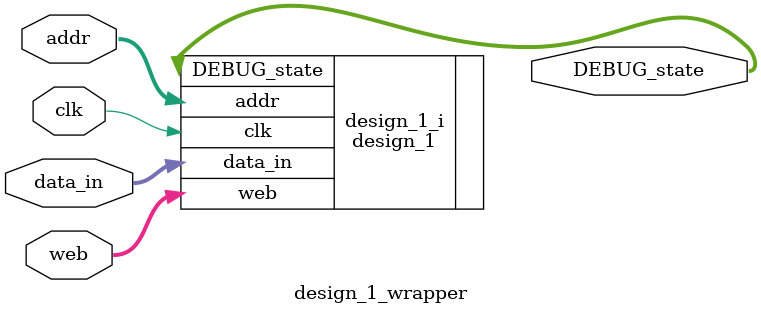
<source format=v>
`timescale 1 ps / 1 ps

module design_1_wrapper
   (DEBUG_state,
    addr,
    clk,
    data_in,
    web);
  output [5:0]DEBUG_state;
  input [31:0]addr;
  input clk;
  input [31:0]data_in;
  input [3:0]web;

  wire [5:0]DEBUG_state;
  wire [31:0]addr;
  wire clk;
  wire [31:0]data_in;
  wire [3:0]web;

  design_1 design_1_i
       (.DEBUG_state(DEBUG_state),
        .addr(addr),
        .clk(clk),
        .data_in(data_in),
        .web(web));
endmodule

</source>
